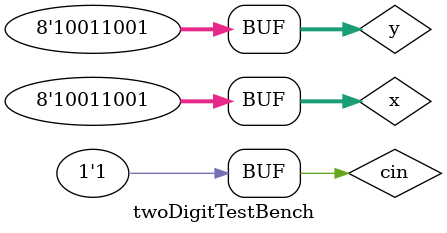
<source format=v>
`timescale 1ns / 1ps


module twoDigitTestBench;

reg [7:0] x, y;
reg cin;
wire [7:0] sum;
wire cout;
wire coutMiddle;

oneDigitBCDAdder firstDigit (
    .cin(1'b0), 
    .x(x[3:0]), 
    .y(y[3:0]), 
    .sum(sum[3:0]), 
    .cout(coutMiddle)
    );

oneDigitBCDAdder secondDigit (
    .cin(coutMiddle), 
    .x(x[7:4]), 
    .y(y[7:4]), 
    .sum(sum[7:4]), 
    .cout(cout)
    );

    initial begin
        x = 8'b0010_0101; y = 8'b1001_1000; cin = 1'b0; #100;
        x = 8'b0100_1001; y = 8'b0111_0111; cin = 1'b0; #100;
        x = 8'b1001_0110; y = 8'b0100_0101; cin = 1'b1; #100;
        x = 8'b0001_0101; y = 8'b0010_1001; cin = 1'b0; #100;
        x = 8'b0011_0111; y = 8'b0010_0001; cin = 1'b0; #100;
        x = 8'b0111_0000; y = 8'b1000_0011; cin = 1'b1; #100;
        x = 8'b0001_0110; y = 8'b1001_0011; cin = 1'b0; #100;
        x = 8'b1001_1001; y = 8'b1001_1001; cin = 1'b1; #100;
    end
endmodule

</source>
